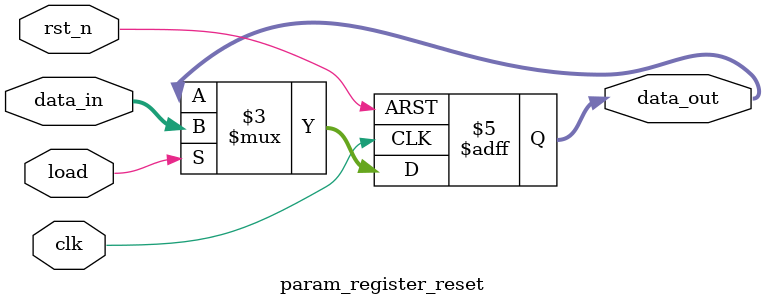
<source format=sv>
module param_register_reset #(
  parameter WIDTH = 16,
  parameter RESET_VALUE = 16'hFFFF
)(
  input clk, rst_n, load,
  input [WIDTH-1:0] data_in,
  output reg [WIDTH-1:0] data_out
);
  always @(posedge clk or negedge rst_n) begin
    if (!rst_n)
      data_out <= RESET_VALUE;
    else if (load)
      data_out <= data_in;
  end
endmodule
</source>
